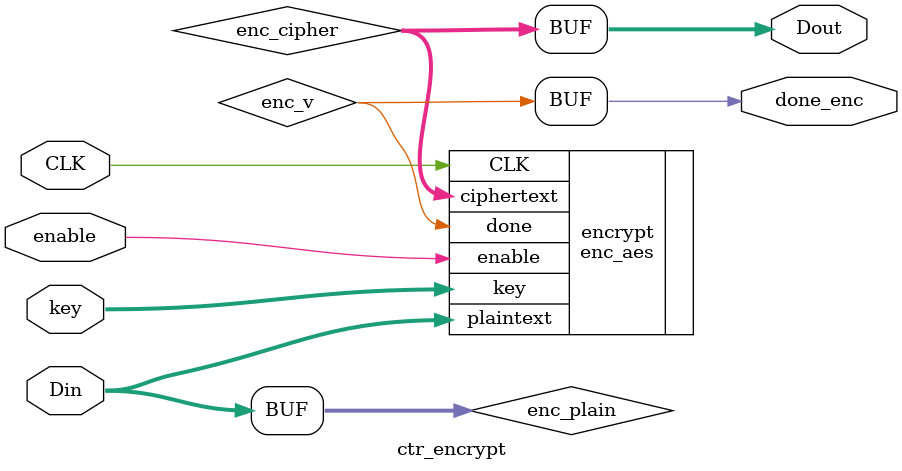
<source format=v>
`timescale 1ns / 1ps
`include "enc_aes.v"

module ctr_encrypt(
    input CLK,
    input enable,
    input [127:0] key,
    input [127:0] Din,
    output [127:0] Dout,
    output done_enc
    );

	wire [127:0] enc_plain;
	wire [127:0] enc_cipher;
	wire enc_v;
		
	enc_aes encrypt(
		.plaintext(enc_plain), 
		.key(key), 
		.CLK(CLK), 
		.enable(enable), 
		.ciphertext(enc_cipher), 
		.done(enc_v)
	);
	
	assign enc_plain =  Din ; 
	assign done_enc = enc_v ;
	assign Dout = enc_cipher;

endmodule

</source>
